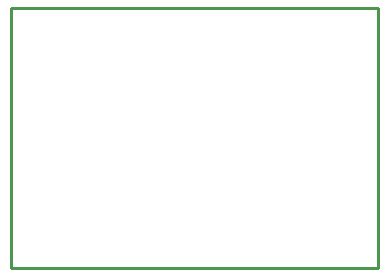
<source format=gko>
%FSLAX25Y25*%
%MOIN*%
G70*
G01*
G75*
G04 Layer_Color=16711935*
%ADD10R,0.06000X0.05000*%
%ADD11O,0.03937X0.01693*%
%ADD12R,0.11811X0.05906*%
%ADD13R,0.11811X0.03937*%
%ADD14R,0.03150X0.02362*%
%ADD15R,0.02362X0.03150*%
%ADD16C,0.01000*%
%ADD17C,0.03937*%
%ADD18C,0.23622*%
%ADD19C,0.00394*%
%ADD20C,0.00300*%
%ADD21C,0.05906*%
%ADD22R,0.06800X0.05800*%
%ADD23O,0.04737X0.02493*%
%ADD24R,0.12611X0.06706*%
%ADD25R,0.12611X0.04737*%
%ADD26R,0.03950X0.03162*%
%ADD27R,0.03162X0.03950*%
D16*
X0Y86614D02*
X122441D01*
X0Y0D02*
Y86614D01*
Y0D02*
X122441D01*
Y86614D01*
M02*

</source>
